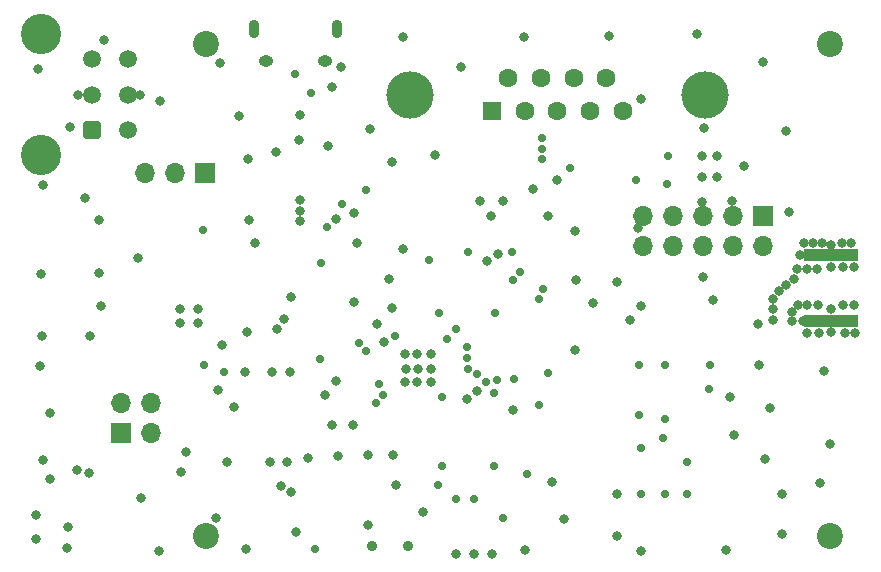
<source format=gbr>
%TF.GenerationSoftware,KiCad,Pcbnew,7.0.6*%
%TF.CreationDate,2023-10-07T21:02:09-06:00*%
%TF.ProjectId,CAN-USB RF Module,43414e2d-5553-4422-9052-46204d6f6475,2.0*%
%TF.SameCoordinates,Original*%
%TF.FileFunction,Soldermask,Bot*%
%TF.FilePolarity,Negative*%
%FSLAX46Y46*%
G04 Gerber Fmt 4.6, Leading zero omitted, Abs format (unit mm)*
G04 Created by KiCad (PCBNEW 7.0.6) date 2023-10-07 21:02:09*
%MOMM*%
%LPD*%
G01*
G04 APERTURE LIST*
G04 Aperture macros list*
%AMRoundRect*
0 Rectangle with rounded corners*
0 $1 Rounding radius*
0 $2 $3 $4 $5 $6 $7 $8 $9 X,Y pos of 4 corners*
0 Add a 4 corners polygon primitive as box body*
4,1,4,$2,$3,$4,$5,$6,$7,$8,$9,$2,$3,0*
0 Add four circle primitives for the rounded corners*
1,1,$1+$1,$2,$3*
1,1,$1+$1,$4,$5*
1,1,$1+$1,$6,$7*
1,1,$1+$1,$8,$9*
0 Add four rect primitives between the rounded corners*
20,1,$1+$1,$2,$3,$4,$5,0*
20,1,$1+$1,$4,$5,$6,$7,0*
20,1,$1+$1,$6,$7,$8,$9,0*
20,1,$1+$1,$8,$9,$2,$3,0*%
G04 Aperture macros list end*
%ADD10C,2.200000*%
%ADD11R,1.700000X1.700000*%
%ADD12O,1.700000X1.700000*%
%ADD13C,4.000000*%
%ADD14R,1.600000X1.600000*%
%ADD15C,1.600000*%
%ADD16O,0.890000X1.550000*%
%ADD17O,1.250000X0.950000*%
%ADD18C,0.900000*%
%ADD19R,4.560000X1.000000*%
%ADD20RoundRect,0.250001X0.499999X-0.499999X0.499999X0.499999X-0.499999X0.499999X-0.499999X-0.499999X0*%
%ADD21C,1.500000*%
%ADD22C,3.410000*%
%ADD23C,0.800000*%
%ADD24C,0.700000*%
G04 APERTURE END LIST*
D10*
%TO.C,H2*%
X167386000Y-115570000D03*
%TD*%
%TO.C,H3*%
X114554000Y-73914000D03*
%TD*%
D11*
%TO.C,J3*%
X107391200Y-106857800D03*
D12*
X107391200Y-104317800D03*
X109931200Y-106857800D03*
X109931200Y-104317800D03*
%TD*%
D13*
%TO.C,J6*%
X156826000Y-78232000D03*
X131826000Y-78232000D03*
D14*
X138786000Y-79652000D03*
D15*
X141556000Y-79652000D03*
X144326000Y-79652000D03*
X147096000Y-79652000D03*
X149866000Y-79652000D03*
X140171000Y-76812000D03*
X142941000Y-76812000D03*
X145711000Y-76812000D03*
X148481000Y-76812000D03*
%TD*%
D16*
%TO.C,J4*%
X125690000Y-72644000D03*
D17*
X124690000Y-75344000D03*
X119690000Y-75344000D03*
D16*
X118690000Y-72644000D03*
%TD*%
D18*
%TO.C,SW2*%
X128675000Y-116408000D03*
X131675000Y-116408000D03*
%TD*%
D19*
%TO.C,J5*%
X167499500Y-97382250D03*
X167499500Y-91842250D03*
%TD*%
D20*
%TO.C,J2*%
X104947000Y-81232000D03*
D21*
X104947000Y-78232000D03*
X104947000Y-75232000D03*
X107947000Y-81232000D03*
X107947000Y-78232000D03*
X107947000Y-75232000D03*
D22*
X100627000Y-83382000D03*
X100627000Y-73082000D03*
%TD*%
D11*
%TO.C,J1*%
X161766000Y-88487500D03*
D12*
X161766000Y-91027500D03*
X159226000Y-88487500D03*
X159226000Y-91027500D03*
X156686000Y-88487500D03*
X156686000Y-91027500D03*
X154146000Y-88487500D03*
X154146000Y-91027500D03*
X151606000Y-88487500D03*
X151606000Y-91027500D03*
%TD*%
D11*
%TO.C,JP1*%
X114539000Y-84836000D03*
D12*
X111999000Y-84836000D03*
X109459000Y-84836000D03*
%TD*%
D10*
%TO.C,H4*%
X114554000Y-115570000D03*
%TD*%
%TO.C,H1*%
X167386000Y-73914000D03*
%TD*%
D23*
X118172649Y-83702481D03*
X166915221Y-101637254D03*
X140591000Y-104902000D03*
X125614300Y-102504051D03*
X122503000Y-82042000D03*
X108839000Y-92075000D03*
X103632000Y-109982000D03*
X161290000Y-97663000D03*
X168529000Y-96012000D03*
X118714625Y-90823081D03*
X125722882Y-108832240D03*
X147320000Y-95885000D03*
X144907000Y-114173000D03*
X136176711Y-75872846D03*
X157842877Y-83447000D03*
X165100000Y-97382250D03*
X163982935Y-88189075D03*
X101346000Y-110744000D03*
X156689443Y-93700460D03*
X159099000Y-87217500D03*
X165989000Y-90805000D03*
X157480000Y-95631000D03*
X124931500Y-82550000D03*
X121666000Y-101722500D03*
X103061494Y-80929222D03*
D24*
X134585899Y-103834135D03*
D23*
X166330503Y-92964000D03*
X138811000Y-117094000D03*
X143910398Y-111035150D03*
X100203000Y-115824000D03*
X149352000Y-94107000D03*
X138409500Y-92329000D03*
X120142000Y-101722500D03*
X165481000Y-92964000D03*
X168529000Y-92837000D03*
X162560000Y-95504000D03*
X115749048Y-75547243D03*
X138684000Y-88519000D03*
X104340000Y-86995000D03*
X158633141Y-116760954D03*
X151399571Y-116841428D03*
X133936982Y-83316425D03*
X100711000Y-98679000D03*
X105679426Y-96136440D03*
X117856000Y-101727000D03*
X159258000Y-107061000D03*
X162560000Y-96393000D03*
X129032000Y-97663000D03*
X137522548Y-103320500D03*
X100746655Y-109159931D03*
X122174000Y-115257000D03*
X110584406Y-116841663D03*
X115462850Y-114074267D03*
X169418000Y-96012000D03*
X131476500Y-100175000D03*
X131476500Y-102588000D03*
X130048000Y-93853000D03*
X161787756Y-75483293D03*
X104648000Y-110236000D03*
X164211000Y-97409000D03*
X156166098Y-73121614D03*
X127381000Y-90805000D03*
X110713412Y-78771309D03*
X126040977Y-75910635D03*
X128456175Y-81152810D03*
X162306000Y-104775000D03*
X167386000Y-107823000D03*
X151155500Y-89503500D03*
X166370000Y-96012000D03*
X144309500Y-85433500D03*
X130302000Y-96266000D03*
X103787500Y-78232000D03*
X102792512Y-116624034D03*
X127089500Y-88265000D03*
X132520500Y-101445000D03*
X115570000Y-103251000D03*
X164338000Y-93853000D03*
X100357649Y-76092560D03*
X125222000Y-77597000D03*
X105529027Y-88808401D03*
X120486500Y-83104000D03*
X137795000Y-87249000D03*
X121793000Y-111887000D03*
X116967443Y-104650295D03*
X164719000Y-96012000D03*
X113919000Y-96393000D03*
X169418000Y-92837000D03*
X108966000Y-78232000D03*
X105537000Y-93345000D03*
X163703000Y-94361000D03*
X141544011Y-73391267D03*
X131496500Y-101420500D03*
X133635500Y-102588000D03*
X167513000Y-98298000D03*
X128270000Y-114681000D03*
X167513000Y-90932000D03*
X100560196Y-101205748D03*
X156709668Y-81036868D03*
X166553301Y-111151615D03*
X135763000Y-117094000D03*
X132492500Y-102588000D03*
X127000000Y-106172000D03*
X112506942Y-110192661D03*
X156559000Y-87344500D03*
X164211000Y-96647000D03*
X149352000Y-115570000D03*
X120904000Y-111379000D03*
X167513000Y-96393000D03*
X127127000Y-95758000D03*
X163322000Y-112014000D03*
X122569000Y-88057000D03*
X101346000Y-105156000D03*
X168656000Y-98425000D03*
X122569000Y-88950800D03*
X130302000Y-83947000D03*
X137287000Y-117094000D03*
X156559000Y-83407500D03*
X156559000Y-85185500D03*
X131271774Y-73355145D03*
X164846000Y-91821000D03*
X163322000Y-115443000D03*
X165481000Y-98425000D03*
D24*
X130585750Y-98649250D03*
D23*
X133635500Y-100175000D03*
X100753311Y-85869374D03*
X125222000Y-106172000D03*
X169545000Y-98425000D03*
X162560000Y-97282000D03*
X118066963Y-98335854D03*
X123241175Y-108988500D03*
X104775000Y-98679000D03*
X105960676Y-73589999D03*
X112395000Y-97536000D03*
X166497000Y-98425000D03*
X145796000Y-89789000D03*
X145796000Y-99822000D03*
X157829000Y-85185500D03*
X139700000Y-87249000D03*
X165227000Y-90805000D03*
X143568067Y-88498675D03*
X149352000Y-112014000D03*
X167513000Y-92837000D03*
X151403079Y-96148352D03*
X145945777Y-93909134D03*
X169164000Y-90805000D03*
X148719472Y-73252264D03*
X132492500Y-100175000D03*
X165481000Y-96012000D03*
X122580400Y-87172800D03*
X113919000Y-97536000D03*
X163068000Y-94869000D03*
X158988485Y-103865164D03*
X164592000Y-92964000D03*
X166751000Y-90805000D03*
X130709990Y-111309692D03*
X112395000Y-96393000D03*
X141595776Y-116755204D03*
X133655500Y-101420500D03*
X151397821Y-78581194D03*
X168402000Y-90805000D03*
X100596812Y-93438465D03*
X100203000Y-113792000D03*
X131257507Y-91279443D03*
X117983000Y-116731298D03*
X161885887Y-109040054D03*
X161417000Y-101092000D03*
X163732288Y-81311950D03*
D24*
X143002000Y-81893994D03*
X133477000Y-92202000D03*
X124214500Y-100584000D03*
X124293500Y-92456000D03*
X153670000Y-83389998D03*
X123825000Y-116713000D03*
X153638000Y-85820500D03*
D23*
X142240000Y-86233000D03*
X109093000Y-112395000D03*
X132969000Y-113538000D03*
X120618000Y-98076000D03*
X160115000Y-84296500D03*
X125603000Y-88773000D03*
X121793000Y-95377000D03*
X130429000Y-108712000D03*
X128270000Y-108712000D03*
X129650616Y-99170616D03*
X124690175Y-103632000D03*
X150495000Y-97282000D03*
X136653583Y-104013000D03*
X121412000Y-109347000D03*
X118187094Y-88821868D03*
X139336852Y-91698852D03*
X116332000Y-109347000D03*
X120015000Y-109347000D03*
X121194017Y-97211729D03*
X112903000Y-108458000D03*
D24*
X141192965Y-93225918D03*
X141732000Y-110363000D03*
X128143000Y-86308000D03*
X127520444Y-99261556D03*
X129558500Y-103659591D03*
X126064219Y-87470954D03*
X124841000Y-89408000D03*
X128943457Y-104330498D03*
X155321000Y-109347000D03*
X155321000Y-112014000D03*
X151384000Y-112014000D03*
X151384000Y-108164500D03*
X153416000Y-112014000D03*
X153289000Y-107315000D03*
X153416000Y-101092000D03*
X153416000Y-105664000D03*
X151257000Y-105322500D03*
X151257000Y-101092000D03*
X136720933Y-100523874D03*
X140500700Y-91559602D03*
X136652000Y-99568000D03*
X136779000Y-91567000D03*
X142792230Y-95536580D03*
X142792465Y-104473500D03*
X143129000Y-94702500D03*
X143510000Y-101830500D03*
X140629000Y-102330500D03*
X140589000Y-93892500D03*
X134326500Y-96686500D03*
X143002000Y-82793497D03*
X143002000Y-83693000D03*
X135019500Y-98933000D03*
X145415000Y-84455000D03*
X135763000Y-98044000D03*
X151003000Y-85439500D03*
D23*
X102870000Y-114808000D03*
X122569000Y-79960000D03*
X117409000Y-80010000D03*
D24*
X135763000Y-112505750D03*
X136779000Y-101421500D03*
X137541000Y-101912713D03*
X137287000Y-112477750D03*
X129230106Y-102770050D03*
X134239000Y-111289500D03*
X116078000Y-101727000D03*
X114300000Y-89662000D03*
D23*
X115966502Y-99441000D03*
D24*
X114387500Y-101116100D03*
X157138500Y-103124000D03*
X157226000Y-101092000D03*
X139065000Y-96686500D03*
X139183909Y-102414056D03*
X128142500Y-99921875D03*
X138977500Y-109690500D03*
X138977500Y-103505000D03*
X134569200Y-109690500D03*
X138303000Y-102596000D03*
X139718314Y-114057655D03*
X123519000Y-78105000D03*
X122090500Y-76472687D03*
M02*

</source>
